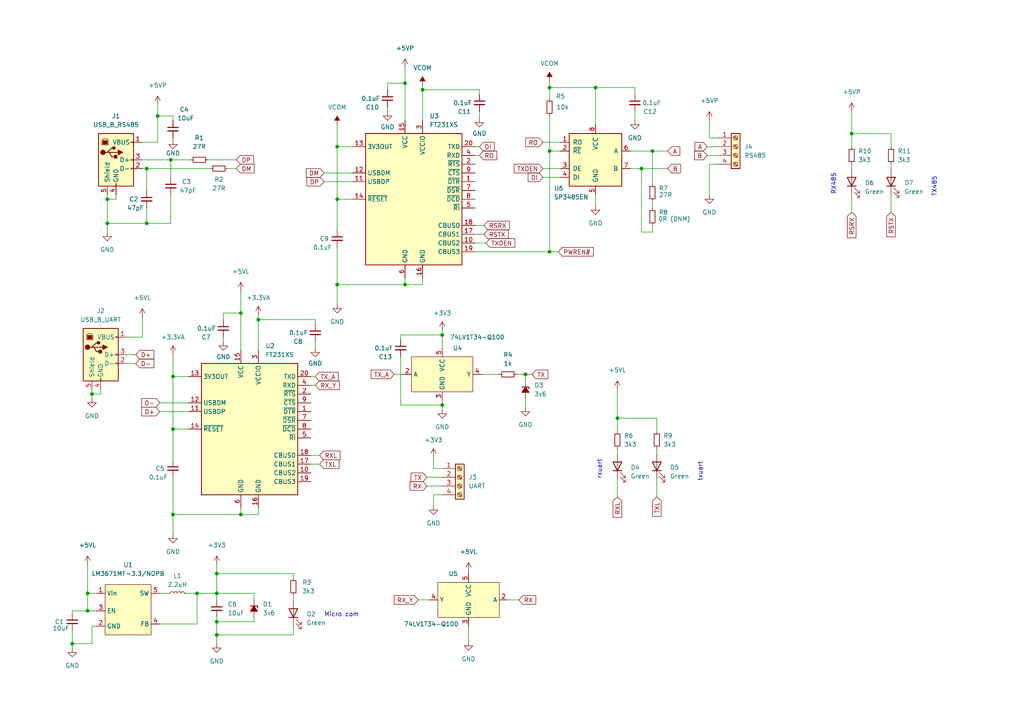
<source format=kicad_sch>
(kicad_sch (version 20211123) (generator eeschema)
  (paper "A4")
  (lib_symbols
    (symbol "+5VP_1" (power) (pin_names (offset 0))
      (property "Value" "+5VP_1" (at 0 3.556 0))
      (symbol "+5VP_1_0_1"
        (polyline (pts (xy -0.762 1.27) (xy 0 2.54)))
        (polyline (pts (xy 0 0) (xy 0 2.54)))
        (polyline (pts (xy 0 2.54) (xy 0.762 1.27)))
      )
      (symbol "+5VP_1_1_1"
        (pin power_in line (at 0 0 90) (length 0) hide (name "+5VP") (number "1"))
      )
    )
    (symbol "Connector:Screw_Terminal_01x04" (pin_names (offset 1.016) hide)
      (property "Reference" "J" (at 0 5.08 0))
      (property "Value" "Screw_Terminal_01x04" (at 0 -7.62 0))
      (symbol "Screw_Terminal_01x04_1_1"
        (rectangle (start -1.27 3.81) (end 1.27 -6.35) (stroke (width 0.254)) (fill (type background)))
        (circle (center 0 -5.08) (radius 0.635) (stroke (width 0.1524)))
        (circle (center 0 -2.54) (radius 0.635) (stroke (width 0.1524)))
        (polyline (pts (xy -0.5334 -4.7498) (xy 0.3302 -5.588)) (stroke (width 0.1524)))
        (polyline (pts (xy -0.5334 -2.2098) (xy 0.3302 -3.048)) (stroke (width 0.1524)))
        (polyline (pts (xy -0.5334 0.3302) (xy 0.3302 -0.508)) (stroke (width 0.1524)))
        (polyline (pts (xy -0.5334 2.8702) (xy 0.3302 2.032)) (stroke (width 0.1524)))
        (polyline (pts (xy -0.3556 -4.572) (xy 0.508 -5.4102)) (stroke (width 0.1524)))
        (polyline (pts (xy -0.3556 -2.032) (xy 0.508 -2.8702)) (stroke (width 0.1524)))
        (polyline (pts (xy -0.3556 0.508) (xy 0.508 -0.3302)) (stroke (width 0.1524)))
        (polyline (pts (xy -0.3556 3.048) (xy 0.508 2.2098)) (stroke (width 0.1524)))
        (circle (center 0 0) (radius 0.635) (stroke (width 0.1524)))
        (circle (center 0 2.54) (radius 0.635) (stroke (width 0.1524)))
        (pin passive line (at -5.08 2.54 0) (length 3.81) (name "Pin_1") (number "1"))
        (pin passive line (at -5.08 0 0) (length 3.81) (name "Pin_2") (number "2"))
        (pin passive line (at -5.08 -2.54 0) (length 3.81) (name "Pin_3") (number "3"))
        (pin passive line (at -5.08 -5.08 0) (length 3.81) (name "Pin_4") (number "4"))
      )
    )
    (symbol "Connector:USB_B" (pin_names (offset 1.016))
      (property "Reference" "J" (at -5.08 11.43 0))
      (property "Value" "USB_B" (at -5.08 8.89 0))
      (symbol "USB_B_0_1"
        (rectangle (start -5.08 -7.62) (end 5.08 7.62) (stroke (width 0.254)) (fill (type background)))
        (circle (center -3.81 2.159) (radius 0.635) (stroke (width 0.254)) (fill (type outline)))
        (rectangle (start -3.81 5.588) (end -2.54 4.572) (fill (type outline)))
        (circle (center -0.635 3.429) (radius 0.381) (stroke (width 0.254)) (fill (type outline)))
        (rectangle (start -0.127 -7.62) (end 0.127 -6.858))
        (polyline (pts (xy -1.905 2.159) (xy 0.635 2.159)) (stroke (width 0.254)))
        (polyline (pts (xy -3.175 2.159) (xy -2.54 2.159) (xy -1.27 3.429) (xy -0.635 3.429)) (stroke (width 0.254)))
        (polyline (pts (xy -2.54 2.159) (xy -1.905 2.159) (xy -1.27 0.889) (xy 0 0.889)) (stroke (width 0.254)))
        (polyline (pts (xy 0.635 2.794) (xy 0.635 1.524) (xy 1.905 2.159) (xy 0.635 2.794)) (stroke (width 0.254)) (fill (type outline)))
        (polyline (pts (xy -4.064 4.318) (xy -2.286 4.318) (xy -2.286 5.715) (xy -2.667 6.096) (xy -3.683 6.096) (xy -4.064 5.715) (xy -4.064 4.318)))
        (rectangle (start 0.254 1.27) (end -0.508 0.508) (stroke (width 0.254)) (fill (type outline)))
        (rectangle (start 5.08 -2.667) (end 4.318 -2.413))
        (rectangle (start 5.08 -0.127) (end 4.318 0.127))
        (rectangle (start 5.08 4.953) (end 4.318 5.207))
      )
      (symbol "USB_B_1_1"
        (pin power_out line (at 7.62 5.08 180) (length 2.54) (name "VBUS") (number "1"))
        (pin bidirectional line (at 7.62 -2.54 180) (length 2.54) (name "D-") (number "2"))
        (pin bidirectional line (at 7.62 0 180) (length 2.54) (name "D+") (number "3"))
        (pin power_out line (at 0 -10.16 90) (length 2.54) (name "GND") (number "4"))
        (pin passive line (at -2.54 -10.16 90) (length 2.54) (name "Shield") (number "5"))
      )
    )
    (symbol "Device:C_Small" (pin_numbers hide) (pin_names (offset 0.254) hide)
      (property "Reference" "C" (at 0.254 1.778 0))
      (property "Value" "C_Small" (at 0.254 -2.032 0))
      (symbol "C_Small_0_1"
        (polyline (pts (xy -1.524 -0.508) (xy 1.524 -0.508)) (stroke (width 0.3302)))
        (polyline (pts (xy -1.524 0.508) (xy 1.524 0.508)) (stroke (width 0.3048)))
      )
      (symbol "C_Small_1_1"
        (pin passive line (at 0 2.54 270) (length 2.032) (name "~") (number "1"))
        (pin passive line (at 0 -2.54 90) (length 2.032) (name "~") (number "2"))
      )
    )
    (symbol "Device:D_Zener_Small_Filled" (pin_numbers hide) (pin_names (offset 0.254) hide)
      (property "Reference" "D" (at 0 2.286 0))
      (property "Value" "D_Zener_Small_Filled" (at 0 -2.286 0))
      (symbol "D_Zener_Small_Filled_0_1"
        (polyline (pts (xy 0.762 0) (xy -0.762 0)))
        (polyline (pts (xy -0.254 1.016) (xy -0.762 1.016) (xy -0.762 -1.016)) (stroke (width 0.254)))
        (polyline (pts (xy 0.762 1.016) (xy -0.762 0) (xy 0.762 -1.016) (xy 0.762 1.016)) (stroke (width 0.254)) (fill (type outline)))
      )
      (symbol "D_Zener_Small_Filled_1_1"
        (pin passive line (at -2.54 0 0) (length 1.778) (name "K") (number "1"))
        (pin passive line (at 2.54 0 180) (length 1.778) (name "A") (number "2"))
      )
    )
    (symbol "Device:LED" (pin_numbers hide) (pin_names (offset 1.016) hide)
      (property "Reference" "D" (at 0 2.54 0))
      (property "Value" "LED" (at 0 -2.54 0))
      (symbol "LED_0_1"
        (polyline (pts (xy -1.27 -1.27) (xy -1.27 1.27)) (stroke (width 0.254)))
        (polyline (pts (xy -1.27 0) (xy 1.27 0)))
        (polyline (pts (xy 1.27 -1.27) (xy 1.27 1.27) (xy -1.27 0) (xy 1.27 -1.27)) (stroke (width 0.254)))
        (polyline (pts (xy -3.048 -0.762) (xy -4.572 -2.286) (xy -3.81 -2.286) (xy -4.572 -2.286) (xy -4.572 -1.524)))
        (polyline (pts (xy -1.778 -0.762) (xy -3.302 -2.286) (xy -2.54 -2.286) (xy -3.302 -2.286) (xy -3.302 -1.524)))
      )
      (symbol "LED_1_1"
        (pin passive line (at -3.81 0 0) (length 2.54) (name "K") (number "1"))
        (pin passive line (at 3.81 0 180) (length 2.54) (name "A") (number "2"))
      )
    )
    (symbol "Device:L_Small" (pin_numbers hide) (pin_names (offset 0.254) hide)
      (property "Reference" "L" (at 0.762 1.016 0))
      (property "Value" "L_Small" (at 0.762 -1.016 0))
      (symbol "L_Small_0_1"
        (arc (start 0 -2.032) (mid 0.508 -1.524) (end 0 -1.016))
        (arc (start 0 -1.016) (mid 0.508 -0.508) (end 0 0))
        (arc (start 0 0) (mid 0.508 0.508) (end 0 1.016))
        (arc (start 0 1.016) (mid 0.508 1.524) (end 0 2.032))
      )
      (symbol "L_Small_1_1"
        (pin passive line (at 0 2.54 270) (length 0.508) (name "~") (number "1"))
        (pin passive line (at 0 -2.54 90) (length 0.508) (name "~") (number "2"))
      )
    )
    (symbol "Device:R_Small" (pin_numbers hide) (pin_names (offset 0.254) hide)
      (property "Reference" "R" (at 0.762 0.508 0))
      (property "Value" "R_Small" (at 0.762 -1.016 0))
      (symbol "R_Small_0_1"
        (rectangle (start -0.762 1.778) (end 0.762 -1.778) (stroke (width 0.2032)))
      )
      (symbol "R_Small_1_1"
        (pin passive line (at 0 2.54 270) (length 0.762) (name "~") (number "1"))
        (pin passive line (at 0 -2.54 90) (length 0.762) (name "~") (number "2"))
      )
    )
    (symbol "Interface_UART:SP3485EN" (pin_names (offset 1.016))
      (property "Reference" "U" (at -7.62 8.89 0))
      (property "Value" "SP3485EN" (at 2.54 8.89 0))
      (symbol "SP3485EN_0_1"
        (rectangle (start -7.62 7.62) (end 7.62 -7.62) (stroke (width 0.254)) (fill (type background)))
      )
      (symbol "SP3485EN_1_1"
        (pin output line (at -10.16 5.08 0) (length 2.54) (name "RO") (number "1"))
        (pin input line (at -10.16 2.54 0) (length 2.54) (name "~{RE}") (number "2"))
        (pin input line (at -10.16 -2.54 0) (length 2.54) (name "DE") (number "3"))
        (pin input line (at -10.16 -5.08 0) (length 2.54) (name "DI") (number "4"))
        (pin power_in line (at 0 -10.16 90) (length 2.54) (name "GND") (number "5"))
        (pin bidirectional line (at 10.16 2.54 180) (length 2.54) (name "A") (number "6"))
        (pin bidirectional line (at 10.16 -2.54 180) (length 2.54) (name "B") (number "7"))
        (pin power_in line (at 0 10.16 270) (length 2.54) (name "VCC") (number "8"))
      )
    )
    (symbol "Interface_USB:FT231XS"
      (property "Reference" "U" (at -13.97 20.32 0))
      (property "Value" "FT231XS" (at 7.62 20.32 0))
      (symbol "FT231XS_0_1"
        (rectangle (start -13.97 19.05) (end 13.97 -19.05) (stroke (width 0.254)) (fill (type background)))
      )
      (symbol "FT231XS_1_1"
        (pin output line (at 17.78 5.08 180) (length 3.81) (name "~{DTR}") (number "1"))
        (pin bidirectional line (at 17.78 -12.7 180) (length 3.81) (name "CBUS2") (number "10"))
        (pin bidirectional line (at -17.78 5.08 0) (length 3.81) (name "USBDP") (number "11"))
        (pin bidirectional line (at -17.78 7.62 0) (length 3.81) (name "USBDM") (number "12"))
        (pin power_out line (at -17.78 15.24 0) (length 3.81) (name "3V3OUT") (number "13"))
        (pin input line (at -17.78 0 0) (length 3.81) (name "~{RESET}") (number "14"))
        (pin power_in line (at -2.54 22.86 270) (length 3.81) (name "VCC") (number "15"))
        (pin power_in line (at 2.54 -22.86 90) (length 3.81) (name "GND") (number "16"))
        (pin bidirectional line (at 17.78 -10.16 180) (length 3.81) (name "CBUS1") (number "17"))
        (pin bidirectional line (at 17.78 -7.62 180) (length 3.81) (name "CBUS0") (number "18"))
        (pin bidirectional line (at 17.78 -15.24 180) (length 3.81) (name "CBUS3") (number "19"))
        (pin output line (at 17.78 10.16 180) (length 3.81) (name "~{RTS}") (number "2"))
        (pin output line (at 17.78 15.24 180) (length 3.81) (name "TXD") (number "20"))
        (pin power_in line (at 2.54 22.86 270) (length 3.81) (name "VCCIO") (number "3"))
        (pin input line (at 17.78 12.7 180) (length 3.81) (name "RXD") (number "4"))
        (pin input line (at 17.78 -2.54 180) (length 3.81) (name "~{RI}") (number "5"))
        (pin power_in line (at -2.54 -22.86 90) (length 3.81) (name "GND") (number "6"))
        (pin input line (at 17.78 2.54 180) (length 3.81) (name "~{DSR}") (number "7"))
        (pin input line (at 17.78 0 180) (length 3.81) (name "~{DCD}") (number "8"))
        (pin input line (at 17.78 7.62 180) (length 3.81) (name "~{CTS}") (number "9"))
      )
    )
    (symbol "MySymbols:74LV1T34-Q100"
      (property "Reference" "U" (at -11.43 -7.62 0))
      (property "Value" "74LV1T34-Q100" (at -11.43 -10.16 0))
      (symbol "74LV1T34-Q100_0_1"
        (rectangle (start -8.89 5.08) (end 8.89 -5.08) (fill (type background)))
      )
      (symbol "74LV1T34-Q100_1_1"
        (pin input line (at -11.43 0 0) (length 2.54) (name "A") (number "2"))
        (pin passive line (at 0 -7.62 90) (length 2.54) (name "GND") (number "3"))
        (pin output line (at 11.43 0 180) (length 2.54) (name "Y") (number "4"))
        (pin passive line (at 0 7.62 270) (length 2.54) (name "VCC") (number "5"))
      )
    )
    (symbol "Transus_David:LM3671MF-3.3{slash}NOPB"
      (property "Reference" "U?" (at -0.3175 15.24 0))
      (property "Value" "LM3671MF-3.3/NOPB" (at -0.3175 12.7 0))
      (symbol "LM3671MF-3.3{slash}NOPB_0_1"
        (rectangle (start -6.985 9.525) (end 6.35 -5.08) (fill (type background)))
      )
      (symbol "LM3671MF-3.3{slash}NOPB_1_1"
        (pin input line (at -9.525 6.985 0) (length 2.54) (name "Vin") (number "1"))
        (pin input line (at -9.525 -2.54 0) (length 2.54) (name "GND") (number "2"))
        (pin input line (at -9.525 1.905 0) (length 2.54) (name "EN") (number "3"))
        (pin input line (at 8.89 -1.905 180) (length 2.54) (name "FB") (number "4"))
        (pin input line (at 8.89 6.985 180) (length 2.54) (name "SW") (number "5"))
      )
    )
    (symbol "power:+3.3VA" (power) (pin_names (offset 0))
      (property "Value" "+3.3VA" (at 0 3.556 0))
      (symbol "+3.3VA_0_1"
        (polyline (pts (xy -0.762 1.27) (xy 0 2.54)))
        (polyline (pts (xy 0 0) (xy 0 2.54)))
        (polyline (pts (xy 0 2.54) (xy 0.762 1.27)))
      )
      (symbol "+3.3VA_1_1"
        (pin power_in line (at 0 0 90) (length 0) hide (name "+3.3VA") (number "1"))
      )
    )
    (symbol "power:+3V3" (power) (pin_names (offset 0))
      (property "Value" "+3V3" (at 0 3.556 0))
      (symbol "+3V3_0_1"
        (polyline (pts (xy -0.762 1.27) (xy 0 2.54)))
        (polyline (pts (xy 0 0) (xy 0 2.54)))
        (polyline (pts (xy 0 2.54) (xy 0.762 1.27)))
      )
      (symbol "+3V3_1_1"
        (pin power_in line (at 0 0 90) (length 0) hide (name "+3V3") (number "1"))
      )
    )
    (symbol "power:+5VL" (power) (pin_names (offset 0))
      (property "Value" "+5VL" (at 0 3.556 0))
      (symbol "+5VL_0_1"
        (polyline (pts (xy -0.762 1.27) (xy 0 2.54)))
        (polyline (pts (xy 0 0) (xy 0 2.54)))
        (polyline (pts (xy 0 2.54) (xy 0.762 1.27)))
      )
      (symbol "+5VL_1_1"
        (pin power_in line (at 0 0 90) (length 0) hide (name "+5VL") (number "1"))
      )
    )
    (symbol "power:GND" (power) (pin_names (offset 0))
      (property "Value" "GND" (at 0 -3.81 0))
      (symbol "GND_0_1"
        (polyline (pts (xy 0 0) (xy 0 -1.27) (xy 1.27 -1.27) (xy 0 -2.54) (xy -1.27 -1.27) (xy 0 -1.27)))
      )
      (symbol "GND_1_1"
        (pin power_in line (at 0 0 270) (length 0) hide (name "GND") (number "1"))
      )
    )
    (symbol "power:VCOM" (power) (pin_names (offset 0))
      (property "Value" "VCOM" (at 0 3.81 0))
      (symbol "VCOM_0_1"
        (polyline (pts (xy 0 0) (xy 0 2.54)))
        (polyline (pts (xy 0.762 1.27) (xy -0.762 1.27) (xy 0 2.54) (xy 0.762 1.27)) (fill (type outline)))
      )
      (symbol "VCOM_1_1"
        (pin power_in line (at 0 0 90) (length 0) hide (name "VCOM") (number "1"))
      )
    )
  )
  (junction (at 20.955 186.69))
  (junction (at 97.79 57.785))
  (junction (at 128.27 97.155))
  (junction (at 122.555 26.035))
  (junction (at 62.865 166.37))
  (junction (at 50.165 124.46))
  (junction (at 31.115 57.785))
  (junction (at 159.385 25.4))
  (junction (at 31.115 64.77))
  (junction (at 69.85 149.225))
  (junction (at 159.385 73.025))
  (junction (at 117.475 24.13))
  (junction (at 49.53 46.355))
  (junction (at 186.055 48.895))
  (junction (at 152.4 108.585))
  (junction (at 247.015 38.735))
  (junction (at 97.79 82.55))
  (junction (at 26.67 114.3))
  (junction (at 25.4 177.165))
  (junction (at 62.865 184.15))
  (junction (at 57.15 172.085))
  (junction (at 179.07 121.285))
  (junction (at 50.165 149.225))
  (junction (at 42.545 48.895))
  (junction (at 159.385 43.815))
  (junction (at 69.85 90.805))
  (junction (at 117.475 82.55))
  (junction (at 172.72 25.4))
  (junction (at 42.545 64.77))
  (junction (at 189.23 43.815))
  (junction (at 74.93 92.71))
  (junction (at 50.165 109.22))
  (junction (at 62.865 180.34))
  (junction (at 97.79 42.545))
  (junction (at 128.27 117.475))
  (junction (at 62.865 172.085))
  (junction (at 45.72 33.655))
  (junction (at 25.4 172.085))
  (wire (pts (xy 179.07 121.285) (xy 179.07 125.095)))
  (wire (pts (xy 62.865 184.15) (xy 85.09 184.15)))
  (wire (pts (xy 73.66 179.07) (xy 73.66 180.34)))
  (wire (pts (xy 69.85 149.225) (xy 69.85 147.32)))
  (wire (pts (xy 97.79 57.785) (xy 97.79 66.675)))
  (wire (pts (xy 66.04 48.895) (xy 68.58 48.895)))
  (wire (pts (xy 125.73 143.51) (xy 125.73 146.685)))
  (wire (pts (xy 117.475 82.55) (xy 117.475 80.645)))
  (wire (pts (xy 117.475 24.13) (xy 117.475 34.925)))
  (wire (pts (xy 135.89 181.61) (xy 135.89 186.055)))
  (wire (pts (xy 46.355 119.38) (xy 54.61 119.38)))
  (wire (pts (xy 122.555 26.035) (xy 122.555 34.925)))
  (wire (pts (xy 85.09 166.37) (xy 85.09 167.64)))
  (wire (pts (xy 147.32 173.99) (xy 150.495 173.99)))
  (wire (pts (xy 258.445 38.735) (xy 258.445 42.545)))
  (wire (pts (xy 137.795 67.945) (xy 140.335 67.945)))
  (wire (pts (xy 31.115 56.515) (xy 31.115 57.785)))
  (wire (pts (xy 62.865 179.07) (xy 62.865 180.34)))
  (wire (pts (xy 50.165 149.225) (xy 69.85 149.225)))
  (wire (pts (xy 62.865 180.34) (xy 62.865 184.15)))
  (wire (pts (xy 128.27 95.885) (xy 128.27 97.155)))
  (wire (pts (xy 97.79 42.545) (xy 97.79 36.195)))
  (wire (pts (xy 102.235 42.545) (xy 97.79 42.545)))
  (wire (pts (xy 122.555 24.765) (xy 122.555 26.035)))
  (wire (pts (xy 57.15 172.085) (xy 57.15 180.975)))
  (wire (pts (xy 42.545 48.895) (xy 42.545 55.245)))
  (wire (pts (xy 189.23 43.815) (xy 189.23 53.34)))
  (wire (pts (xy 74.93 91.44) (xy 74.93 92.71)))
  (wire (pts (xy 91.44 99.06) (xy 91.44 100.965)))
  (wire (pts (xy 41.275 46.355) (xy 49.53 46.355)))
  (wire (pts (xy 247.015 47.625) (xy 247.015 48.895)))
  (wire (pts (xy 20.955 177.8) (xy 20.955 177.165)))
  (wire (pts (xy 128.27 97.155) (xy 128.27 100.965)))
  (wire (pts (xy 50.165 124.46) (xy 50.165 133.35)))
  (wire (pts (xy 50.165 109.22) (xy 50.165 102.87)))
  (wire (pts (xy 205.74 56.515) (xy 205.74 47.625)))
  (wire (pts (xy 149.86 108.585) (xy 152.4 108.585)))
  (wire (pts (xy 122.555 82.55) (xy 117.475 82.55)))
  (wire (pts (xy 45.72 33.655) (xy 45.72 30.48)))
  (wire (pts (xy 93.98 52.705) (xy 102.235 52.705)))
  (wire (pts (xy 159.385 73.025) (xy 161.925 73.025)))
  (wire (pts (xy 190.5 139.065) (xy 190.5 144.145)))
  (wire (pts (xy 159.385 43.815) (xy 159.385 73.025)))
  (wire (pts (xy 172.72 25.4) (xy 159.385 25.4)))
  (wire (pts (xy 128.27 143.51) (xy 125.73 143.51)))
  (wire (pts (xy 26.67 114.3) (xy 29.21 114.3)))
  (wire (pts (xy 29.21 113.03) (xy 29.21 114.3)))
  (wire (pts (xy 137.795 45.085) (xy 139.065 45.085)))
  (wire (pts (xy 49.53 64.77) (xy 42.545 64.77)))
  (wire (pts (xy 36.83 105.41) (xy 39.37 105.41)))
  (wire (pts (xy 33.655 56.515) (xy 33.655 57.785)))
  (wire (pts (xy 128.27 116.205) (xy 128.27 117.475)))
  (wire (pts (xy 116.205 98.425) (xy 116.205 97.155)))
  (wire (pts (xy 189.23 65.405) (xy 189.23 67.31)))
  (wire (pts (xy 172.72 56.515) (xy 172.72 59.69)))
  (wire (pts (xy 64.77 92.71) (xy 64.77 90.805)))
  (wire (pts (xy 189.23 67.31) (xy 186.055 67.31)))
  (wire (pts (xy 53.975 172.085) (xy 57.15 172.085)))
  (wire (pts (xy 41.275 97.79) (xy 41.275 92.075)))
  (wire (pts (xy 54.61 124.46) (xy 50.165 124.46)))
  (wire (pts (xy 159.385 25.4) (xy 159.385 28.575)))
  (wire (pts (xy 205.74 47.625) (xy 208.28 47.625)))
  (wire (pts (xy 182.88 43.815) (xy 189.23 43.815)))
  (wire (pts (xy 247.015 56.515) (xy 247.015 61.595)))
  (wire (pts (xy 50.165 124.46) (xy 50.165 109.22)))
  (wire (pts (xy 90.17 134.62) (xy 92.71 134.62)))
  (wire (pts (xy 62.865 166.37) (xy 62.865 172.085)))
  (wire (pts (xy 125.73 135.89) (xy 125.73 132.715)))
  (wire (pts (xy 137.795 42.545) (xy 139.065 42.545)))
  (wire (pts (xy 74.93 149.225) (xy 69.85 149.225)))
  (wire (pts (xy 172.72 25.4) (xy 184.15 25.4)))
  (wire (pts (xy 27.94 177.165) (xy 25.4 177.165)))
  (wire (pts (xy 41.275 48.895) (xy 42.545 48.895)))
  (wire (pts (xy 54.61 109.22) (xy 50.165 109.22)))
  (wire (pts (xy 123.825 138.43) (xy 128.27 138.43)))
  (wire (pts (xy 64.77 97.79) (xy 64.77 99.06)))
  (wire (pts (xy 46.355 172.085) (xy 48.895 172.085)))
  (wire (pts (xy 90.17 111.76) (xy 91.44 111.76)))
  (wire (pts (xy 31.115 64.77) (xy 31.115 67.31)))
  (wire (pts (xy 85.09 172.72) (xy 85.09 173.99)))
  (wire (pts (xy 247.015 38.735) (xy 247.015 42.545)))
  (wire (pts (xy 31.115 57.785) (xy 31.115 64.77)))
  (wire (pts (xy 128.27 117.475) (xy 128.27 118.745)))
  (wire (pts (xy 25.4 172.085) (xy 27.94 172.085)))
  (wire (pts (xy 112.395 26.035) (xy 112.395 24.13)))
  (wire (pts (xy 73.66 173.99) (xy 73.66 172.085)))
  (wire (pts (xy 69.85 90.805) (xy 69.85 101.6)))
  (wire (pts (xy 50.165 138.43) (xy 50.165 149.225)))
  (wire (pts (xy 74.93 92.71) (xy 91.44 92.71)))
  (wire (pts (xy 179.07 139.065) (xy 179.07 144.145)))
  (wire (pts (xy 91.44 93.98) (xy 91.44 92.71)))
  (wire (pts (xy 31.115 57.785) (xy 33.655 57.785)))
  (wire (pts (xy 46.355 116.84) (xy 54.61 116.84)))
  (wire (pts (xy 20.955 186.69) (xy 20.955 187.96)))
  (wire (pts (xy 137.795 65.405) (xy 140.335 65.405)))
  (wire (pts (xy 117.475 19.685) (xy 117.475 24.13)))
  (wire (pts (xy 189.23 43.815) (xy 193.675 43.815)))
  (wire (pts (xy 123.825 140.97) (xy 128.27 140.97)))
  (wire (pts (xy 90.17 132.08) (xy 92.71 132.08)))
  (wire (pts (xy 64.77 90.805) (xy 69.85 90.805)))
  (wire (pts (xy 36.83 97.79) (xy 41.275 97.79)))
  (wire (pts (xy 128.27 135.89) (xy 125.73 135.89)))
  (wire (pts (xy 205.74 40.005) (xy 205.74 34.925)))
  (wire (pts (xy 85.09 166.37) (xy 62.865 166.37)))
  (wire (pts (xy 190.5 121.285) (xy 190.5 125.095)))
  (wire (pts (xy 186.055 48.895) (xy 193.675 48.895)))
  (wire (pts (xy 69.85 84.455) (xy 69.85 90.805)))
  (wire (pts (xy 247.015 32.385) (xy 247.015 38.735)))
  (wire (pts (xy 184.15 32.385) (xy 184.15 34.925)))
  (wire (pts (xy 62.865 172.085) (xy 57.15 172.085)))
  (wire (pts (xy 49.53 46.355) (xy 49.53 51.435)))
  (wire (pts (xy 114.3 108.585) (xy 116.84 108.585)))
  (wire (pts (xy 184.15 25.4) (xy 184.15 27.305)))
  (wire (pts (xy 50.165 40.005) (xy 50.165 40.64)))
  (wire (pts (xy 49.53 56.515) (xy 49.53 64.77)))
  (wire (pts (xy 137.795 70.485) (xy 140.97 70.485)))
  (wire (pts (xy 152.4 115.57) (xy 152.4 118.11)))
  (wire (pts (xy 162.56 43.815) (xy 159.385 43.815)))
  (wire (pts (xy 25.4 177.165) (xy 25.4 172.085)))
  (wire (pts (xy 182.88 48.895) (xy 186.055 48.895)))
  (wire (pts (xy 93.98 50.165) (xy 102.235 50.165)))
  (wire (pts (xy 20.955 186.69) (xy 26.67 186.69)))
  (wire (pts (xy 20.955 177.165) (xy 25.4 177.165)))
  (wire (pts (xy 26.67 113.03) (xy 26.67 114.3)))
  (wire (pts (xy 49.53 46.355) (xy 55.245 46.355)))
  (wire (pts (xy 186.055 48.895) (xy 186.055 67.31)))
  (wire (pts (xy 190.5 130.175) (xy 190.5 131.445)))
  (wire (pts (xy 27.94 181.61) (xy 26.67 181.61)))
  (wire (pts (xy 139.065 32.385) (xy 139.065 34.29)))
  (wire (pts (xy 73.66 180.34) (xy 62.865 180.34)))
  (wire (pts (xy 97.79 82.55) (xy 117.475 82.55)))
  (wire (pts (xy 152.4 108.585) (xy 152.4 110.49)))
  (wire (pts (xy 112.395 31.115) (xy 112.395 32.385)))
  (wire (pts (xy 42.545 64.77) (xy 31.115 64.77)))
  (wire (pts (xy 189.23 58.42) (xy 189.23 60.325)))
  (wire (pts (xy 205.105 42.545) (xy 208.28 42.545)))
  (wire (pts (xy 26.67 114.3) (xy 26.67 115.57)))
  (wire (pts (xy 208.28 40.005) (xy 205.74 40.005)))
  (wire (pts (xy 190.5 121.285) (xy 179.07 121.285)))
  (wire (pts (xy 45.72 41.275) (xy 45.72 33.655)))
  (wire (pts (xy 73.66 172.085) (xy 62.865 172.085)))
  (wire (pts (xy 112.395 24.13) (xy 117.475 24.13)))
  (wire (pts (xy 74.93 147.32) (xy 74.93 149.225)))
  (wire (pts (xy 90.17 109.22) (xy 91.44 109.22)))
  (wire (pts (xy 157.48 41.275) (xy 162.56 41.275)))
  (wire (pts (xy 159.385 23.495) (xy 159.385 25.4)))
  (wire (pts (xy 159.385 43.815) (xy 159.385 33.655)))
  (wire (pts (xy 50.165 33.655) (xy 45.72 33.655)))
  (wire (pts (xy 36.83 102.87) (xy 39.37 102.87)))
  (wire (pts (xy 74.93 92.71) (xy 74.93 101.6)))
  (wire (pts (xy 121.285 173.99) (xy 124.46 173.99)))
  (wire (pts (xy 97.79 71.755) (xy 97.79 82.55)))
  (wire (pts (xy 25.4 163.83) (xy 25.4 172.085)))
  (wire (pts (xy 62.865 184.15) (xy 62.865 186.69)))
  (wire (pts (xy 179.07 130.175) (xy 179.07 131.445)))
  (wire (pts (xy 97.79 57.785) (xy 97.79 42.545)))
  (wire (pts (xy 60.325 46.355) (xy 68.58 46.355)))
  (wire (pts (xy 205.105 45.085) (xy 208.28 45.085)))
  (wire (pts (xy 62.865 163.83) (xy 62.865 166.37)))
  (wire (pts (xy 102.235 57.785) (xy 97.79 57.785)))
  (wire (pts (xy 135.89 165.735) (xy 135.89 166.37)))
  (wire (pts (xy 172.72 36.195) (xy 172.72 25.4)))
  (wire (pts (xy 258.445 47.625) (xy 258.445 48.895)))
  (wire (pts (xy 122.555 80.645) (xy 122.555 82.55)))
  (wire (pts (xy 122.555 26.035) (xy 139.065 26.035)))
  (wire (pts (xy 97.79 82.55) (xy 97.79 88.265)))
  (wire (pts (xy 62.865 173.99) (xy 62.865 172.085)))
  (wire (pts (xy 139.7 108.585) (xy 144.78 108.585)))
  (wire (pts (xy 42.545 48.895) (xy 60.96 48.895)))
  (wire (pts (xy 116.205 117.475) (xy 128.27 117.475)))
  (wire (pts (xy 26.67 181.61) (xy 26.67 186.69)))
  (wire (pts (xy 50.165 34.925) (xy 50.165 33.655)))
  (wire (pts (xy 116.205 97.155) (xy 128.27 97.155)))
  (wire (pts (xy 41.275 41.275) (xy 45.72 41.275)))
  (wire (pts (xy 50.165 149.225) (xy 50.165 154.94)))
  (wire (pts (xy 116.205 103.505) (xy 116.205 117.475)))
  (wire (pts (xy 139.065 27.305) (xy 139.065 26.035)))
  (wire (pts (xy 258.445 56.515) (xy 258.445 61.595)))
  (wire (pts (xy 179.07 113.03) (xy 179.07 121.285)))
  (wire (pts (xy 157.48 48.895) (xy 162.56 48.895)))
  (wire (pts (xy 152.4 108.585) (xy 154.305 108.585)))
  (wire (pts (xy 42.545 60.325) (xy 42.545 64.77)))
  (wire (pts (xy 258.445 38.735) (xy 247.015 38.735)))
  (wire (pts (xy 159.385 73.025) (xy 137.795 73.025)))
  (wire (pts (xy 46.355 180.975) (xy 57.15 180.975)))
  (wire (pts (xy 157.48 51.435) (xy 162.56 51.435)))
  (wire (pts (xy 85.09 181.61) (xy 85.09 184.15)))
  (wire (pts (xy 20.955 182.88) (xy 20.955 186.69)))
  (text "rxuart\n" (at 174.625 139.065 90) (effects (font (size 1.27 1.27)) (justify left bottom)))
  (text "Micro com" (at 93.98 179.07 0) (effects (font (size 1.27 1.27)) (justify left bottom)))
  (text "RX485\n" (at 242.57 56.515 90) (effects (font (size 1.27 1.27)) (justify left bottom)))
  (text "TX485\n" (at 271.78 57.15 90) (effects (font (size 1.27 1.27)) (justify left bottom)))
  (text "txuart\n" (at 203.835 139.7 90) (effects (font (size 1.27 1.27)) (justify left bottom)))
  (global_label "B" (shape input) (at 205.105 45.085 180) (property "Intersheet References" "${INTERSHEET_REFS}" (effects hide)))
  (global_label "RX_Y" (shape input) (at 91.44 111.76 0) (property "Intersheet References" "${INTERSHEET_REFS}" (effects hide)))
  (global_label "D+" (shape input) (at 46.355 119.38 180) (property "Intersheet References" "${INTERSHEET_REFS}" (effects hide)))
  (global_label "TX_A" (shape input) (at 91.44 109.22 0) (property "Intersheet References" "${INTERSHEET_REFS}" (effects hide)))
  (global_label "RX_Y" (shape input) (at 121.285 173.99 180) (property "Intersheet References" "${INTERSHEET_REFS}" (effects hide)))
  (global_label "RXL" (shape input) (at 92.71 132.08 0) (property "Intersheet References" "${INTERSHEET_REFS}" (effects hide)))
  (global_label "DM" (shape input) (at 68.58 48.895 0) (property "Intersheet References" "${INTERSHEET_REFS}" (effects hide)))
  (global_label "TXDEN" (shape input) (at 140.97 70.485 0) (property "Intersheet References" "${INTERSHEET_REFS}" (effects hide)))
  (global_label "DP" (shape input) (at 93.98 52.705 180) (property "Intersheet References" "${INTERSHEET_REFS}" (effects hide)))
  (global_label "DI" (shape input) (at 157.48 51.435 180) (property "Intersheet References" "${INTERSHEET_REFS}" (effects hide)))
  (global_label "D-" (shape input) (at 39.37 105.41 0) (property "Intersheet References" "${INTERSHEET_REFS}" (effects hide)))
  (global_label "B" (shape input) (at 193.675 48.895 0) (property "Intersheet References" "${INTERSHEET_REFS}" (effects hide)))
  (global_label "RO" (shape input) (at 157.48 41.275 180) (property "Intersheet References" "${INTERSHEET_REFS}" (effects hide)))
  (global_label "RO" (shape input) (at 139.065 45.085 0) (property "Intersheet References" "${INTERSHEET_REFS}" (effects hide)))
  (global_label "RSRX" (shape input) (at 247.015 61.595 270) (property "Intersheet References" "${INTERSHEET_REFS}" (effects hide)))
  (global_label "RX" (shape input) (at 123.825 140.97 180) (property "Intersheet References" "${INTERSHEET_REFS}" (effects hide)))
  (global_label "DM" (shape input) (at 93.98 50.165 180) (property "Intersheet References" "${INTERSHEET_REFS}" (effects hide)))
  (global_label "TX_A" (shape input) (at 114.3 108.585 180) (property "Intersheet References" "${INTERSHEET_REFS}" (effects hide)))
  (global_label "A" (shape input) (at 193.675 43.815 0) (property "Intersheet References" "${INTERSHEET_REFS}" (effects hide)))
  (global_label "D-" (shape input) (at 46.355 116.84 180) (property "Intersheet References" "${INTERSHEET_REFS}" (effects hide)))
  (global_label "PWREN#" (shape input) (at 161.925 73.025 0) (property "Intersheet References" "${INTERSHEET_REFS}" (effects hide)))
  (global_label "A" (shape input) (at 205.105 42.545 180) (property "Intersheet References" "${INTERSHEET_REFS}" (effects hide)))
  (global_label "TX" (shape input) (at 123.825 138.43 180) (property "Intersheet References" "${INTERSHEET_REFS}" (effects hide)))
  (global_label "DI" (shape input) (at 139.065 42.545 0) (property "Intersheet References" "${INTERSHEET_REFS}" (effects hide)))
  (global_label "DP" (shape input) (at 68.58 46.355 0) (property "Intersheet References" "${INTERSHEET_REFS}" (effects hide)))
  (global_label "TX" (shape input) (at 154.305 108.585 0) (property "Intersheet References" "${INTERSHEET_REFS}" (effects hide)))
  (global_label "TXL" (shape input) (at 190.5 144.145 270) (property "Intersheet References" "${INTERSHEET_REFS}" (effects hide)))
  (global_label "RSTX" (shape input) (at 258.445 61.595 270) (property "Intersheet References" "${INTERSHEET_REFS}" (effects hide)))
  (global_label "TXDEN" (shape input) (at 157.48 48.895 180) (property "Intersheet References" "${INTERSHEET_REFS}" (effects hide)))
  (global_label "RXL" (shape input) (at 179.07 144.145 270) (property "Intersheet References" "${INTERSHEET_REFS}" (effects hide)))
  (global_label "TXL" (shape input) (at 92.71 134.62 0) (property "Intersheet References" "${INTERSHEET_REFS}" (effects hide)))
  (global_label "D+" (shape input) (at 39.37 102.87 0) (property "Intersheet References" "${INTERSHEET_REFS}" (effects hide)))
  (global_label "RX" (shape input) (at 150.495 173.99 0) (property "Intersheet References" "${INTERSHEET_REFS}" (effects hide)))
  (global_label "RSTX" (shape input) (at 140.335 67.945 0) (property "Intersheet References" "${INTERSHEET_REFS}" (effects hide)))
  (global_label "RSRX" (shape input) (at 140.335 65.405 0) (property "Intersheet References" "${INTERSHEET_REFS}" (effects hide)))
  (symbol (lib_id "power:GND") (at 135.89 186.055 0) (unit 1)
    (property "Reference" "#PWR0103" (effects hide))
    (property "Value" "GND" (at 135.89 191.135 0))
  )
  (symbol (lib_id "power:+5VL") (at 41.275 92.075 0) (unit 1)
    (property "Reference" "#PWR0122" (effects hide))
    (property "Value" "+5VL" (at 41.275 86.36 0))
  )
  (symbol (lib_id "power:GND") (at 26.67 115.57 0) (unit 1)
    (property "Reference" "#PWR0105" (effects hide))
    (property "Value" "GND" (at 26.67 120.65 0))
  )
  (symbol (lib_id "power:+5VL") (at 25.4 163.83 0) (unit 1)
    (property "Reference" "#PWR0127" (effects hide))
    (property "Value" "+5VL" (at 25.4 158.115 0))
  )
  (symbol (lib_id "Device:C_Small") (at 42.545 57.785 0) (unit 1)
    (property "Reference" "C2" (at 37.465 57.785 0) (effects (justify left)))
    (property "Value" "47pF" (at 36.83 60.325 0) (effects (justify left)))
    (property "Footprint" "Capacitor_SMD:C_0805_2012Metric_Pad1.18x1.45mm_HandSolder" (effects hide))
  )
  (symbol (lib_id "power:GND") (at 64.77 99.06 0) (unit 1)
    (property "Reference" "#PWR0121" (effects hide))
    (property "Value" "GND" (at 64.77 103.505 0))
  )
  (symbol (lib_id "Device:C_Small") (at 97.79 69.215 0) (unit 1)
    (property "Reference" "C9" (at 92.71 69.215 0) (effects (justify left)))
    (property "Value" "0.1uF" (at 90.805 71.755 0) (effects (justify left)))
    (property "Footprint" "Capacitor_SMD:C_0805_2012Metric_Pad1.18x1.45mm_HandSolder" (effects hide))
  )
  (symbol (lib_id "power:+3V3") (at 128.27 95.885 0) (unit 1)
    (property "Reference" "#PWR0115" (effects hide))
    (property "Value" "+3V3" (at 128.27 90.805 0))
  )
  (symbol (lib_id "Device:LED") (at 85.09 177.8 90) (unit 1)
    (property "Reference" "D2" (at 88.9 178.1174 90) (effects (justify right)))
    (property "Value" "Green" (at 88.9 180.6574 90) (effects (justify right)))
    (property "Footprint" "LED_SMD:LED_0402_1005Metric_Pad0.77x0.64mm_HandSolder" (effects hide))
    (property "Farnell" "2507544" (effects hide))
  )
  (symbol (lib_id "Device:R_Small") (at 63.5 48.895 90) (unit 1)
    (property "Reference" "R2" (at 63.5 52.07 90))
    (property "Value" "27R" (at 63.5 54.61 90))
    (property "Footprint" "Resistor_SMD:R_0805_2012Metric_Pad1.20x1.40mm_HandSolder" (effects hide))
  )
  (symbol (lib_id "power:GND") (at 20.955 187.96 0) (unit 1)
    (property "Reference" "#PWR0126" (effects hide))
    (property "Value" "GND" (at 20.955 193.04 0))
  )
  (symbol (lib_id "power:VCOM") (at 97.79 36.195 0) (unit 1)
    (property "Reference" "#PWR0111" (effects hide))
    (property "Value" "VCOM" (at 97.79 31.115 0))
  )
  (symbol (lib_id "power:VCOM") (at 159.385 23.495 0) (unit 1)
    (property "Reference" "#PWR0128" (effects hide))
    (property "Value" "VCOM" (at 159.385 18.415 0))
  )
  (symbol (lib_id "Connector:USB_B") (at 33.655 46.355 0) (unit 1)
    (property "Reference" "J1" (at 33.655 33.655 0))
    (property "Value" "USB_B_RS485" (at 33.655 36.195 0))
    (property "Footprint" "MyFootprints:USB_B" (effects hide))
    (property "Datasheet" " ~" (effects hide))
  )
  (symbol (lib_id "power:+5VL") (at 135.89 165.735 0) (unit 1)
    (property "Reference" "#PWR0106" (effects hide))
    (property "Value" "+5VL" (at 135.89 160.02 0))
  )
  (symbol (lib_id "Device:R_Small") (at 247.015 45.085 0) (unit 1)
    (property "Reference" "R10" (at 248.92 43.8149 0) (effects (justify left)))
    (property "Value" "3k3" (at 248.92 46.3549 0) (effects (justify left)))
    (property "Footprint" "Resistor_SMD:R_0805_2012Metric_Pad1.20x1.40mm_HandSolder" (effects hide))
  )
  (symbol (lib_id "Device:R_Small") (at 179.07 127.635 0) (unit 1)
    (property "Reference" "R6" (at 180.975 126.3649 0) (effects (justify left)))
    (property "Value" "3k3" (at 180.975 128.9049 0) (effects (justify left)))
    (property "Footprint" "Resistor_SMD:R_0805_2012Metric_Pad1.20x1.40mm_HandSolder" (effects hide))
  )
  (symbol (lib_id "power:+3V3") (at 62.865 163.83 0) (unit 1)
    (property "Reference" "#PWR0123" (effects hide))
    (property "Value" "+3V3" (at 62.865 158.115 0))
  )
  (symbol (lib_id "Device:R_Small") (at 85.09 170.18 0) (unit 1)
    (property "Reference" "R3" (at 87.63 168.9099 0) (effects (justify left)))
    (property "Value" "3k3" (at 87.63 171.4499 0) (effects (justify left)))
    (property "Footprint" "Resistor_SMD:R_0805_2012Metric_Pad1.20x1.40mm_HandSolder" (effects hide))
  )
  (symbol (lib_id "power:+5VL") (at 69.85 84.455 0) (unit 1)
    (property "Reference" "#PWR0112" (effects hide))
    (property "Value" "+5VL" (at 69.85 78.74 0))
  )
  (symbol (lib_id "power:+3.3VA") (at 50.165 102.87 0) (unit 1)
    (property "Reference" "#PWR0119" (effects hide))
    (property "Value" "+3.3VA" (at 50.165 97.79 0))
  )
  (symbol (lib_id "Interface_UART:SP3485EN") (at 172.72 46.355 0) (unit 1)
    (property "Reference" "U6" (at 160.655 54.61 0) (effects (justify left)))
    (property "Value" "SP3485EN" (at 160.655 57.15 0) (effects (justify left)))
    (property "Footprint" "Package_SO:SOIC-8_3.9x4.9mm_P1.27mm" (effects hide))
    (property "Datasheet" "http://www.icbase.com/pdf/SPX/SPX00480106.pdf" (effects hide))
  )
  (symbol (lib_id "Device:C_Small") (at 50.165 135.89 0) (unit 1)
    (property "Reference" "C5" (at 45.085 135.89 0) (effects (justify left)))
    (property "Value" "0.1uF" (at 43.18 138.43 0) (effects (justify left)))
    (property "Footprint" "Capacitor_SMD:C_0805_2012Metric_Pad1.18x1.45mm_HandSolder" (effects hide))
  )
  (symbol (lib_id "Interface_USB:FT231XS") (at 120.015 57.785 0) (unit 1)
    (property "Reference" "U3" (at 124.5744 33.655 0) (effects (justify left)))
    (property "Value" "FT231XS" (at 124.5744 36.195 0) (effects (justify left)))
    (property "Footprint" "Package_SO:SSOP-20_3.9x8.7mm_P0.635mm" (effects hide))
    (property "Datasheet" "https://www.ftdichip.com/Support/Documents/DataSheets/ICs/DS_FT231X.pdf" (effects hide))
  )
  (symbol (lib_id "power:GND") (at 125.73 146.685 0) (unit 1)
    (property "Reference" "#PWR0102" (effects hide))
    (property "Value" "GND" (at 125.73 151.765 0))
  )
  (symbol (lib_id "Device:R_Small") (at 189.23 62.865 180) (unit 1)
    (property "Reference" "R8" (at 192.405 61.595 0))
    (property "Value" "0R (DNM)" (at 195.58 63.5 0))
    (property "Footprint" "Resistor_SMD:R_0805_2012Metric_Pad1.20x1.40mm_HandSolder" (effects hide))
  )
  (symbol (lib_id "Device:C_Small") (at 91.44 96.52 0) (unit 1)
    (property "Reference" "C8" (at 85.09 99.06 0) (effects (justify left)))
    (property "Value" "0.1uF" (at 83.82 96.52 0) (effects (justify left)))
    (property "Footprint" "Capacitor_SMD:C_0805_2012Metric_Pad1.18x1.45mm_HandSolder" (effects hide))
  )
  (symbol (lib_id "Connector:Screw_Terminal_01x04") (at 133.35 138.43 0) (unit 1)
    (property "Reference" "J3" (at 135.89 138.4299 0) (effects (justify left)))
    (property "Value" "UART" (at 135.89 140.9699 0) (effects (justify left)))
    (property "Footprint" "MyFootprints:Screwterminal_3mm81_4pos" (effects hide))
  )
  (symbol (lib_id "power:GND") (at 91.44 100.965 0) (unit 1)
    (property "Reference" "#PWR0110" (effects hide))
    (property "Value" "GND" (at 91.44 105.41 0))
  )
  (symbol (lib_id "Device:C_Small") (at 116.205 100.965 0) (unit 1)
    (property "Reference" "C13" (at 109.855 103.505 0) (effects (justify left)))
    (property "Value" "0.1uF" (at 108.585 100.965 0) (effects (justify left)))
    (property "Footprint" "Capacitor_SMD:C_0805_2012Metric_Pad1.18x1.45mm_HandSolder" (effects hide))
  )
  (symbol (lib_id "Interface_USB:FT231XS") (at 72.39 124.46 0) (unit 1)
    (property "Reference" "U2" (at 76.9494 100.33 0) (effects (justify left)))
    (property "Value" "FT231XS" (at 76.9494 102.87 0) (effects (justify left)))
    (property "Footprint" "Package_SO:SSOP-20_3.9x8.7mm_P0.635mm" (effects hide))
    (property "Datasheet" "https://www.ftdichip.com/Support/Documents/DataSheets/ICs/DS_FT231X.pdf" (effects hide))
  )
  (symbol (lib_id "Device:LED") (at 179.07 135.255 90) (unit 1)
    (property "Reference" "D4" (at 182.88 135.5724 90) (effects (justify right)))
    (property "Value" "Green" (at 182.88 138.1124 90) (effects (justify right)))
    (property "Footprint" "LED_SMD:LED_0402_1005Metric_Pad0.77x0.64mm_HandSolder" (effects hide))
    (property "Farnell" "2507544" (effects hide))
  )
  (symbol (lib_id "Device:C_Small") (at 64.77 95.25 0) (unit 1)
    (property "Reference" "C7" (at 58.42 97.79 0) (effects (justify left)))
    (property "Value" "0.1uF" (at 57.15 95.25 0) (effects (justify left)))
    (property "Footprint" "Capacitor_SMD:C_0805_2012Metric_Pad1.18x1.45mm_HandSolder" (effects hide))
  )
  (symbol (lib_id "power:GND") (at 205.74 56.515 0) (unit 1)
    (property "Reference" "#PWR0104" (effects hide))
    (property "Value" "GND" (at 205.74 61.595 0))
  )
  (symbol (lib_id "Device:LED") (at 247.015 52.705 90) (unit 1)
    (property "Reference" "D6" (at 250.825 53.0224 90) (effects (justify right)))
    (property "Value" "Green" (at 250.825 55.5624 90) (effects (justify right)))
    (property "Footprint" "LED_SMD:LED_0402_1005Metric_Pad0.77x0.64mm_HandSolder" (effects hide))
    (property "Farnell" "2507544" (effects hide))
  )
  (symbol (lib_id "power:GND") (at 50.165 154.94 0) (unit 1)
    (property "Reference" "#PWR0124" (effects hide))
    (property "Value" "GND" (at 50.165 160.02 0))
  )
  (symbol (lib_id "power:GND") (at 31.115 67.31 0) (unit 1)
    (property "Reference" "#PWR0107" (effects hide))
    (property "Value" "GND" (at 31.115 72.39 0))
  )
  (symbol (lib_id "Device:R_Small") (at 190.5 127.635 0) (unit 1)
    (property "Reference" "R9" (at 192.405 126.3649 0) (effects (justify left)))
    (property "Value" "3k3" (at 192.405 128.9049 0) (effects (justify left)))
    (property "Footprint" "Resistor_SMD:R_0805_2012Metric_Pad1.20x1.40mm_HandSolder" (effects hide))
  )
  (symbol (lib_id "Device:R_Small") (at 57.785 46.355 90) (unit 1)
    (property "Reference" "R1" (at 57.785 40.005 90))
    (property "Value" "27R" (at 57.785 42.545 90))
    (property "Footprint" "Resistor_SMD:R_0805_2012Metric_Pad1.20x1.40mm_HandSolder" (effects hide))
  )
  (symbol (lib_id "MySymbols:74LV1T34-Q100") (at 128.27 108.585 0) (unit 1)
    (property "Reference" "U4" (at 132.715 100.965 0))
    (property "Value" "74LV1T34-Q100" (at 138.43 97.79 0))
    (property "Footprint" "MyFootprints:74LV1T34GV-Q100H" (effects hide))
  )
  (symbol (lib_id "power:GND") (at 172.72 59.69 0) (unit 1)
    (property "Reference" "#PWR0133" (effects hide))
    (property "Value" "GND" (at 172.72 64.77 0))
  )
  (symbol (lib_id "Device:C_Small") (at 112.395 28.575 0) (unit 1)
    (property "Reference" "C10" (at 106.045 31.115 0) (effects (justify left)))
    (property "Value" "0.1uF" (at 104.775 28.575 0) (effects (justify left)))
    (property "Footprint" "Capacitor_SMD:C_0805_2012Metric_Pad1.18x1.45mm_HandSolder" (effects hide))
  )
  (symbol (lib_id "Device:C_Small") (at 50.165 37.465 0) (unit 1)
    (property "Reference" "C4" (at 52.07 31.75 0) (effects (justify left)))
    (property "Value" "10uF" (at 51.435 34.29 0) (effects (justify left)))
    (property "Footprint" "Capacitor_SMD:C_0805_2012Metric_Pad1.18x1.45mm_HandSolder" (effects hide))
  )
  (symbol (lib_id "power:GND") (at 128.27 118.745 0) (unit 1)
    (property "Reference" "#PWR0109" (effects hide))
    (property "Value" "GND" (at 128.27 123.825 0))
  )
  (symbol (lib_name "+5VP_1") (lib_id "power:+5VP") (at 205.74 34.925 0) (unit 1)
    (property "Reference" "#PWR?" (effects hide))
    (property "Value" "+5VP" (at 205.74 29.21 0))
  )
  (symbol (lib_id "power:GND") (at 50.165 40.64 0) (unit 1)
    (property "Reference" "#PWR0117" (effects hide))
    (property "Value" "GND" (at 50.165 44.45 0))
  )
  (symbol (lib_id "power:+5VL") (at 179.07 113.03 0) (unit 1)
    (property "Reference" "#PWR0135" (effects hide))
    (property "Value" "+5VL" (at 179.07 107.315 0))
  )
  (symbol (lib_id "power:GND") (at 152.4 118.11 0) (unit 1)
    (property "Reference" "#PWR0134" (effects hide))
    (property "Value" "GND" (at 152.4 123.19 0))
  )
  (symbol (lib_name "+5VP_1") (lib_id "power:+5VP") (at 247.015 32.385 0) (unit 1)
    (property "Reference" "#PWR0131" (effects hide))
    (property "Value" "+5VP" (at 247.015 26.67 0))
  )
  (symbol (lib_id "Device:LED") (at 258.445 52.705 90) (unit 1)
    (property "Reference" "D7" (at 262.255 53.0224 90) (effects (justify right)))
    (property "Value" "Green" (at 262.255 55.5624 90) (effects (justify right)))
    (property "Footprint" "LED_SMD:LED_0402_1005Metric_Pad0.77x0.64mm_HandSolder" (effects hide))
    (property "Farnell" "2507544" (effects hide))
  )
  (symbol (lib_id "Device:R_Small") (at 147.32 108.585 90) (unit 1)
    (property "Reference" "R4" (at 147.32 102.87 90))
    (property "Value" "1k" (at 147.32 105.41 90))
    (property "Footprint" "Resistor_SMD:R_0805_2012Metric_Pad1.20x1.40mm_HandSolder" (effects hide))
  )
  (symbol (lib_id "Device:C_Small") (at 139.065 29.845 0) (unit 1)
    (property "Reference" "C11" (at 132.715 32.385 0) (effects (justify left)))
    (property "Value" "0.1uF" (at 131.445 29.845 0) (effects (justify left)))
    (property "Footprint" "Capacitor_SMD:C_0805_2012Metric_Pad1.18x1.45mm_HandSolder" (effects hide))
  )
  (symbol (lib_id "power:GND") (at 112.395 32.385 0) (unit 1)
    (property "Reference" "#PWR0113" (effects hide))
    (property "Value" "GND" (at 112.395 36.83 0))
  )
  (symbol (lib_id "power:GND") (at 184.15 34.925 0) (unit 1)
    (property "Reference" "#PWR0132" (effects hide))
    (property "Value" "GND" (at 184.15 40.005 0))
  )
  (symbol (lib_id "Transus_David:LM3671MF-3.3{slash}NOPB") (at 37.465 179.07 0) (unit 1)
    (property "Reference" "U1" (at 37.1475 163.83 0))
    (property "Value" "LM3671MF-3.3/NOPB" (at 37.1475 166.37 0))
    (property "Footprint" "Package_TO_SOT_SMD:SOT-23-5_HandSoldering" (effects hide))
    (property "Farnell" "3008192" (effects hide))
  )
  (symbol (lib_id "Device:C_Small") (at 62.865 176.53 0) (unit 1)
    (property "Reference" "C6" (at 66.04 175.2662 0) (effects (justify left)))
    (property "Value" "10uF" (at 66.04 177.8062 0) (effects (justify left)))
    (property "Footprint" "Capacitor_SMD:C_0805_2012Metric_Pad1.18x1.45mm_HandSolder" (effects hide))
  )
  (symbol (lib_id "power:VCOM") (at 122.555 24.765 0) (unit 1)
    (property "Reference" "#PWR0130" (effects hide))
    (property "Value" "VCOM" (at 122.555 19.685 0))
  )
  (symbol (lib_id "Device:R_Small") (at 189.23 55.88 180) (unit 1)
    (property "Reference" "R7" (at 192.405 54.61 0))
    (property "Value" "27R" (at 193.04 56.515 0))
    (property "Footprint" "Resistor_SMD:R_0805_2012Metric_Pad1.20x1.40mm_HandSolder" (effects hide))
  )
  (symbol (lib_id "Device:C_Small") (at 20.955 180.34 0) (unit 1)
    (property "Reference" "C1" (at 15.875 180.34 0) (effects (justify left)))
    (property "Value" "10uF" (at 15.24 182.245 0) (effects (justify left)))
    (property "Footprint" "Capacitor_SMD:C_0805_2012Metric_Pad1.18x1.45mm_HandSolder" (effects hide))
  )
  (symbol (lib_id "Device:D_Zener_Small_Filled") (at 152.4 113.03 270) (unit 1)
    (property "Reference" "D3" (at 154.94 111.7599 90) (effects (justify left)))
    (property "Value" "3v6" (at 154.94 114.2999 90) (effects (justify left)))
    (property "Footprint" "MyFootprints:BZX84C3V6" (effects hide))
    (property "Farnell" "1902466" (effects hide))
  )
  (symbol (lib_id "power:+3.3VA") (at 74.93 91.44 0) (unit 1)
    (property "Reference" "#PWR0120" (effects hide))
    (property "Value" "+3.3VA" (at 74.93 86.36 0))
  )
  (symbol (lib_id "Device:D_Zener_Small_Filled") (at 73.66 176.53 270) (unit 1)
    (property "Reference" "D1" (at 76.2 175.2599 90) (effects (justify left)))
    (property "Value" "3v6" (at 76.2 177.7999 90) (effects (justify left)))
    (property "Footprint" "MyFootprints:BZX84C3V6" (effects hide))
    (property "Farnell" "1902466" (effects hide))
  )
  (symbol (lib_id "power:GND") (at 62.865 186.69 0) (unit 1)
    (property "Reference" "#PWR0125" (effects hide))
    (property "Value" "GND" (at 62.865 191.77 0))
  )
  (symbol (lib_name "+5VP_1") (lib_id "power:+5VP") (at 117.475 19.685 0) (unit 1)
    (property "Reference" "#PWR0129" (effects hide))
    (property "Value" "+5VP" (at 117.475 13.97 0))
  )
  (symbol (lib_id "Device:C_Small") (at 184.15 29.845 0) (mirror y) (unit 1)
    (property "Reference" "C12" (at 190.5 32.385 0) (effects (justify left)))
    (property "Value" "0.1uF" (at 191.77 29.845 0) (effects (justify left)))
    (property "Footprint" "Capacitor_SMD:C_0805_2012Metric_Pad1.18x1.45mm_HandSolder" (effects hide))
  )
  (symbol (lib_id "MySymbols:74LV1T34-Q100") (at 135.89 173.99 0) (mirror y) (unit 1)
    (property "Reference" "U5" (at 131.445 166.37 0))
    (property "Value" "74LV1T34-Q100" (at 125.095 180.975 0))
    (property "Footprint" "MyFootprints:74LV1T34GV-Q100H" (effects hide))
  )
  (symbol (lib_id "Connector:USB_B") (at 29.21 102.87 0) (unit 1)
    (property "Reference" "J2" (at 29.21 90.17 0))
    (property "Value" "USB_B_UART" (at 29.21 92.71 0))
    (property "Footprint" "MyFootprints:USB_B" (effects hide))
    (property "Datasheet" " ~" (effects hide))
  )
  (symbol (lib_id "Device:C_Small") (at 49.53 53.975 0) (unit 1)
    (property "Reference" "C3" (at 52.705 52.705 0) (effects (justify left)))
    (property "Value" "47pF" (at 52.07 55.245 0) (effects (justify left)))
    (property "Footprint" "Capacitor_SMD:C_0805_2012Metric_Pad1.18x1.45mm_HandSolder" (effects hide))
  )
  (symbol (lib_id "Device:R_Small") (at 159.385 31.115 180) (unit 1)
    (property "Reference" "R5" (at 162.56 27.94 0))
    (property "Value" "10k" (at 163.195 31.115 0))
    (property "Footprint" "Resistor_SMD:R_0805_2012Metric_Pad1.20x1.40mm_HandSolder" (effects hide))
  )
  (symbol (lib_id "power:GND") (at 97.79 88.265 0) (unit 1)
    (property "Reference" "#PWR0116" (effects hide))
    (property "Value" "GND" (at 97.79 93.345 0))
  )
  (symbol (lib_id "power:+3V3") (at 125.73 132.715 0) (unit 1)
    (property "Reference" "#PWR0108" (effects hide))
    (property "Value" "+3V3" (at 125.73 127.635 0))
  )
  (symbol (lib_id "Device:R_Small") (at 258.445 45.085 0) (unit 1)
    (property "Reference" "R11" (at 260.35 43.8149 0) (effects (justify left)))
    (property "Value" "3k3" (at 260.35 46.3549 0) (effects (justify left)))
    (property "Footprint" "Resistor_SMD:R_0805_2012Metric_Pad1.20x1.40mm_HandSolder" (effects hide))
  )
  (symbol (lib_id "Connector:Screw_Terminal_01x04") (at 213.36 42.545 0) (unit 1)
    (property "Reference" "J4" (at 215.9 42.5449 0) (effects (justify left)))
    (property "Value" "RS485" (at 215.9 45.0849 0) (effects (justify left)))
    (property "Footprint" "MyFootprints:Screwterminal_3mm81_4pos" (effects hide))
  )
  (symbol (lib_name "+5VP_1") (lib_id "power:+5VP") (at 45.72 30.48 0) (unit 1)
    (property "Reference" "#PWR0118" (effects hide))
    (property "Value" "+5VP" (at 45.72 24.765 0))
  )
  (symbol (lib_id "power:GND") (at 139.065 34.29 0) (unit 1)
    (property "Reference" "#PWR0114" (effects hide))
    (property "Value" "GND" (at 139.065 38.735 0))
  )
  (symbol (lib_id "Device:LED") (at 190.5 135.255 90) (unit 1)
    (property "Reference" "D5" (at 194.31 135.5724 90) (effects (justify right)))
    (property "Value" "Green" (at 194.31 138.1124 90) (effects (justify right)))
    (property "Footprint" "LED_SMD:LED_0402_1005Metric_Pad0.77x0.64mm_HandSolder" (effects hide))
    (property "Farnell" "2507544" (effects hide))
  )
  (symbol (lib_id "Device:L_Small") (at 51.435 172.085 90) (unit 1)
    (property "Reference" "L1" (at 51.435 167.005 90))
    (property "Value" "2.2uH" (at 51.435 169.545 90))
    (property "Footprint" "MyFootprints:0805_PInductor" (effects hide))
    (property "Farnell" "3865051" (effects hide))
  )
)
</source>
